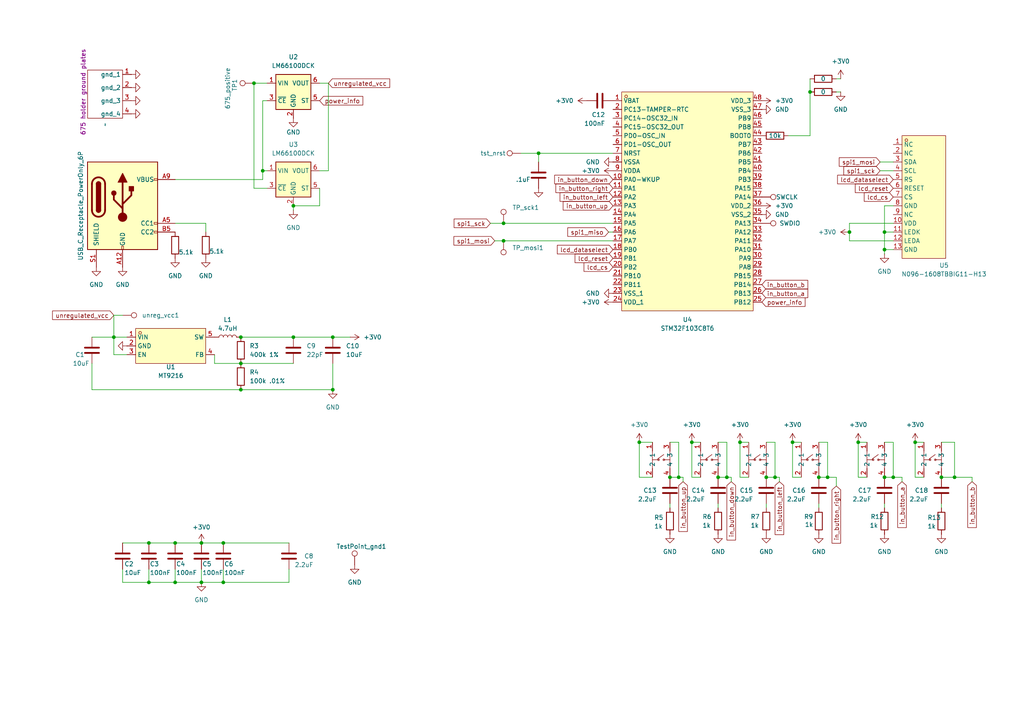
<source format=kicad_sch>
(kicad_sch (version 20250114) (generator "eeschema") (generator_version "9.0")
  (paper "A4")
  (title_block (title "stm32 business card"))
  (lib_symbols
    (symbol "Connector:TestPoint" (pin_numbers (hide yes)) (pin_names (offset 0.762) (hide yes))
      (property "Reference" "TP" (at 0 6.858 0))
      (property "Value" "TestPoint" (at 0 5.08 0))
      (symbol "TestPoint_0_1"
        (circle (center 0 3.302) (radius 0.762))
      )
      (symbol "TestPoint_1_1"
        (pin passive line (at 0 0 90) (length 2.54) (name "1") (number "1"))
      )
    )
    (symbol "Connector:USB_C_Receptacle_PowerOnly_6P" (pin_names (offset 1.016))
      (property "Reference" "J" (at 0 16.51 0))
      (property "Value" "USB_C_Receptacle_PowerOnly_6P" (at 0 13.97 0))
      (symbol "USB_C_Receptacle_PowerOnly_6P_0_0"
        (rectangle (start -0.254 -12.7) (end 0.254 -11.684))
        (rectangle (start 10.16 7.874) (end 9.144 7.366))
        (rectangle (start 10.16 -4.826) (end 9.144 -5.334))
        (rectangle (start 10.16 -7.366) (end 9.144 -7.874))
      )
      (symbol "USB_C_Receptacle_PowerOnly_6P_0_1"
        (rectangle (start -10.16 12.7) (end 10.16 -12.7) (stroke (width 0.254)) (fill (type background)))
        (polyline (pts (xy -8.89 -1.27) (xy -8.89 6.35)) (stroke (width 0.508)))
        (rectangle (start -7.62 -1.27) (end -6.35 6.35) (stroke (width 0.254)) (fill (type outline)))
        (arc (start -7.62 6.35) (mid -6.985 6.9823) (end -6.35 6.35) (stroke (width 0.254)))
        (arc (start -7.62 6.35) (mid -6.985 6.9823) (end -6.35 6.35) (stroke (width 0.254)) (fill (type outline)))
        (arc (start -8.89 6.35) (mid -6.985 8.2467) (end -5.08 6.35) (stroke (width 0.508)))
        (arc (start -5.08 -1.27) (mid -6.985 -3.1667) (end -8.89 -1.27) (stroke (width 0.508)))
        (arc (start -6.35 -1.27) (mid -6.985 -1.9023) (end -7.62 -1.27) (stroke (width 0.254)))
        (arc (start -6.35 -1.27) (mid -6.985 -1.9023) (end -7.62 -1.27) (stroke (width 0.254)) (fill (type outline)))
        (polyline (pts (xy -5.08 6.35) (xy -5.08 -1.27)) (stroke (width 0.508)))
        (circle (center -2.54 3.683) (radius 0.635) (stroke (width 0.254)) (fill (type outline)))
        (polyline (pts (xy -1.27 6.858) (xy 0 9.398) (xy 1.27 6.858) (xy -1.27 6.858)) (stroke (width 0.254)) (fill (type outline)))
        (polyline (pts (xy 0 0.508) (xy 2.54 3.048) (xy 2.54 4.318)) (stroke (width 0.508)))
        (polyline (pts (xy 0 -0.762) (xy -2.54 1.778) (xy -2.54 3.048)) (stroke (width 0.508)))
        (polyline (pts (xy 0 -3.302) (xy 0 6.858)) (stroke (width 0.508)))
        (circle (center 0 -3.302) (radius 1.27) (fill (type outline)))
        (rectangle (start 1.905 4.318) (end 3.175 5.588) (stroke (width 0.254)) (fill (type outline)))
      )
      (symbol "USB_C_Receptacle_PowerOnly_6P_1_1"
        (pin passive line (at -7.62 -17.78 90) (length 5.08) (name "SHIELD") (number "S1"))
        (pin passive line (at 0 -17.78 90) (length 5.08) (name "GND") (number "A12"))
        (pin passive line (at 0 -17.78 90) (length 5.08) (hide yes) (name "GND") (number "B12"))
        (pin passive line (at 15.24 7.62 180) (length 5.08) (name "VBUS") (number "A9"))
        (pin passive line (at 15.24 7.62 180) (length 5.08) (hide yes) (name "VBUS") (number "B9"))
        (pin bidirectional line (at 15.24 -5.08 180) (length 5.08) (name "CC1") (number "A5"))
        (pin bidirectional line (at 15.24 -7.62 180) (length 5.08) (name "CC2") (number "B5"))
      )
    )
    (symbol "Device:C" (pin_numbers (hide yes)) (pin_names (offset 0.254))
      (property "Reference" "C" (at 0.635 2.54 0))
      (property "Value" "C" (at 0.635 -2.54 0))
      (symbol "C_0_1"
        (polyline (pts (xy -2.032 0.762) (xy 2.032 0.762)) (stroke (width 0.508)))
        (polyline (pts (xy -2.032 -0.762) (xy 2.032 -0.762)) (stroke (width 0.508)))
      )
      (symbol "C_1_1"
        (pin passive line (at 0 3.81 270) (length 2.794) (name "~") (number "1"))
        (pin passive line (at 0 -3.81 90) (length 2.794) (name "~") (number "2"))
      )
    )
    (symbol "Device:L" (pin_numbers (hide yes)) (pin_names (offset 1.016) (hide yes))
      (property "Reference" "L" (at -1.27 0 90))
      (property "Value" "L" (at 1.905 0 90))
      (symbol "L_0_1"
        (arc (start 0 2.54) (mid 0.6323 1.905) (end 0 1.27))
        (arc (start 0 1.27) (mid 0.6323 0.635) (end 0 0))
        (arc (start 0 0) (mid 0.6323 -0.635) (end 0 -1.27))
        (arc (start 0 -1.27) (mid 0.6323 -1.905) (end 0 -2.54))
      )
      (symbol "L_1_1"
        (pin passive line (at 0 3.81 270) (length 1.27) (name "1") (number "1"))
        (pin passive line (at 0 -3.81 90) (length 1.27) (name "2") (number "2"))
      )
    )
    (symbol "Device:R" (pin_numbers (hide yes)) (pin_names (offset 0))
      (property "Reference" "R" (at 2.032 0 90))
      (property "Value" "R" (at 0 0 90))
      (symbol "R_0_1"
        (rectangle (start -1.016 -2.54) (end 1.016 2.54) (stroke (width 0.254)))
      )
      (symbol "R_1_1"
        (pin passive line (at 0 3.81 270) (length 1.27) (name "~") (number "1"))
        (pin passive line (at 0 -3.81 90) (length 1.27) (name "~") (number "2"))
      )
    )
    (symbol "Power_Management:LM66100DCK"
      (property "Reference" "U" (at -5.08 6.096 0))
      (property "Value" "LM66100DCK" (at 0.254 -6.35 0))
      (symbol "LM66100DCK_0_1"
        (rectangle (start -5.08 5.08) (end 5.08 -5.08) (stroke (width 0.254)) (fill (type background)))
      )
      (symbol "LM66100DCK_1_1"
        (pin power_in line (at -7.62 2.54 0) (length 2.54) (name "VIN") (number "1"))
        (pin input line (at -7.62 -2.54 0) (length 2.54) (name "~{CE}") (number "3"))
        (pin no_connect line (at 0 5.08 270) (length 2.54) (hide yes) (name "NC") (number "4"))
        (pin power_in line (at 0 -7.62 90) (length 2.54) (name "GND") (number "2"))
        (pin power_out line (at 7.62 2.54 180) (length 2.54) (name "VOUT") (number "6"))
        (pin open_collector line (at 7.62 -2.54 180) (length 2.54) (name "ST") (number "5"))
      )
    )
    (symbol "battery_holder:quad_675"
      (symbol "quad_675_0_1"
        (rectangle (start 2.54 12.7) (end 12.7 -1.27))
      )
      (symbol "quad_675_1_1"
        (pin bidirectional line (at 0 11.43 0) (length 2.54) (name "gnd_4") (number "4"))
        (pin bidirectional line (at 0 7.62 0) (length 2.54) (name "gnd_3") (number "3"))
        (pin bidirectional line (at 0 3.81 0) (length 2.54) (name "gnd_2") (number "2"))
        (pin bidirectional line (at 0 0 0) (length 2.54) (name "gnd_1") (number "1"))
      )
    )
    (symbol "easyeda2kicad:MT9216"
      (property "Reference" "U" (at 0 7.62 0))
      (property "Value" "MT9216" (at 0 -7.62 0))
      (symbol "MT9216_0_1"
        (rectangle (start -10.16 5.08) (end 10.16 -5.08) (fill (type background)))
        (circle (center -8.89 3.81) (radius 0.38))
        (pin unspecified line (at -12.7 2.54 0) (length 2.54) (name "VIN") (number "1"))
        (pin unspecified line (at -12.7 0 0) (length 2.54) (name "GND") (number "2"))
        (pin unspecified line (at -12.7 -2.54 0) (length 2.54) (name "EN") (number "3"))
        (pin unspecified line (at 12.7 2.54 180) (length 2.54) (name "SW") (number "5"))
        (pin unspecified line (at 12.7 -2.54 180) (length 2.54) (name "FB") (number "4"))
      )
    )
    (symbol "easyeda2kicad:N096-1608TBBIG11-H13"
      (property "Reference" "U" (at 0 20.32 0))
      (property "Value" "N096-1608TBBIG11-H13" (at 0 -20.32 0))
      (symbol "N096-1608TBBIG11-H13_0_1"
        (rectangle (start -6.35 17.78) (end 6.35 -17.78) (fill (type background)))
        (circle (center -5.08 16.51) (radius 0.38))
        (pin unspecified line (at -8.89 15.24 0) (length 2.54) (name "NC") (number "1"))
        (pin unspecified line (at -8.89 12.7 0) (length 2.54) (name "NC") (number "2"))
        (pin unspecified line (at -8.89 10.16 0) (length 2.54) (name "SDA") (number "3"))
        (pin unspecified line (at -8.89 7.62 0) (length 2.54) (name "SCL") (number "4"))
        (pin unspecified line (at -8.89 5.08 0) (length 2.54) (name "RS") (number "5"))
        (pin unspecified line (at -8.89 2.54 0) (length 2.54) (name "RESET") (number "6"))
        (pin unspecified line (at -8.89 0 0) (length 2.54) (name "CS") (number "7"))
        (pin unspecified line (at -8.89 -2.54 0) (length 2.54) (name "GND") (number "8"))
        (pin unspecified line (at -8.89 -5.08 0) (length 2.54) (name "NC") (number "9"))
        (pin unspecified line (at -8.89 -7.62 0) (length 2.54) (name "VDD") (number "10"))
        (pin unspecified line (at -8.89 -10.16 0) (length 2.54) (name "LEDK") (number "11"))
        (pin unspecified line (at -8.89 -12.7 0) (length 2.54) (name "LEDA") (number "12"))
        (pin unspecified line (at -8.89 -15.24 0) (length 2.54) (name "GND") (number "13"))
      )
    )
    (symbol "easyeda2kicad:STM32F103C8T6"
      (property "Reference" "U" (at 0 34.29 0))
      (property "Value" "STM32F103C8T6" (at 0 -34.29 0))
      (symbol "STM32F103C8T6_0_1"
        (rectangle (start -19.05 31.75) (end 19.05 -31.75) (fill (type background)))
        (circle (center -17.78 30.48) (radius 0.38))
        (pin unspecified line (at -21.59 29.21 0) (length 2.54) (name "VBAT") (number "1"))
        (pin unspecified line (at -21.59 26.67 0) (length 2.54) (name "PC13-TAMPER-RTC") (number "2"))
        (pin unspecified line (at -21.59 24.13 0) (length 2.54) (name "PC14-OSC32_IN") (number "3"))
        (pin unspecified line (at -21.59 21.59 0) (length 2.54) (name "PC15-OSC32_OUT") (number "4"))
        (pin unspecified line (at -21.59 19.05 0) (length 2.54) (name "PD0-OSC_IN") (number "5"))
        (pin unspecified line (at -21.59 16.51 0) (length 2.54) (name "PD1-OSC_OUT") (number "6"))
        (pin unspecified line (at -21.59 13.97 0) (length 2.54) (name "NRST") (number "7"))
        (pin unspecified line (at -21.59 11.43 0) (length 2.54) (name "VSSA") (number "8"))
        (pin unspecified line (at -21.59 8.89 0) (length 2.54) (name "VDDA") (number "9"))
        (pin unspecified line (at -21.59 6.35 0) (length 2.54) (name "PA0-WKUP") (number "10"))
        (pin unspecified line (at -21.59 3.81 0) (length 2.54) (name "PA1") (number "11"))
        (pin unspecified line (at -21.59 1.27 0) (length 2.54) (name "PA2") (number "12"))
        (pin unspecified line (at -21.59 -1.27 0) (length 2.54) (name "PA3") (number "13"))
        (pin unspecified line (at -21.59 -3.81 0) (length 2.54) (name "PA4") (number "14"))
        (pin unspecified line (at -21.59 -6.35 0) (length 2.54) (name "PA5") (number "15"))
        (pin unspecified line (at -21.59 -8.89 0) (length 2.54) (name "PA6") (number "16"))
        (pin unspecified line (at -21.59 -11.43 0) (length 2.54) (name "PA7") (number "17"))
        (pin unspecified line (at -21.59 -13.97 0) (length 2.54) (name "PB0") (number "18"))
        (pin unspecified line (at -21.59 -16.51 0) (length 2.54) (name "PB1") (number "19"))
        (pin unspecified line (at -21.59 -19.05 0) (length 2.54) (name "PB2") (number "20"))
        (pin unspecified line (at -21.59 -21.59 0) (length 2.54) (name "PB10") (number "21"))
        (pin unspecified line (at -21.59 -24.13 0) (length 2.54) (name "PB11") (number "22"))
        (pin unspecified line (at -21.59 -26.67 0) (length 2.54) (name "VSS_1") (number "23"))
        (pin unspecified line (at -21.59 -29.21 0) (length 2.54) (name "VDD_1") (number "24"))
        (pin unspecified line (at 21.59 29.21 180) (length 2.54) (name "VDD_3") (number "48"))
        (pin unspecified line (at 21.59 26.67 180) (length 2.54) (name "VSS_3") (number "47"))
        (pin unspecified line (at 21.59 24.13 180) (length 2.54) (name "PB9") (number "46"))
        (pin unspecified line (at 21.59 21.59 180) (length 2.54) (name "PB8") (number "45"))
        (pin unspecified line (at 21.59 19.05 180) (length 2.54) (name "BOOT0") (number "44"))
        (pin unspecified line (at 21.59 16.51 180) (length 2.54) (name "PB7") (number "43"))
        (pin unspecified line (at 21.59 13.97 180) (length 2.54) (name "PB6") (number "42"))
        (pin unspecified line (at 21.59 11.43 180) (length 2.54) (name "PB5") (number "41"))
        (pin unspecified line (at 21.59 8.89 180) (length 2.54) (name "PB4") (number "40"))
        (pin unspecified line (at 21.59 6.35 180) (length 2.54) (name "PB3") (number "39"))
        (pin unspecified line (at 21.59 3.81 180) (length 2.54) (name "PA15") (number "38"))
        (pin unspecified line (at 21.59 1.27 180) (length 2.54) (name "PA14") (number "37"))
        (pin unspecified line (at 21.59 -1.27 180) (length 2.54) (name "VDD_2") (number "36"))
        (pin unspecified line (at 21.59 -3.81 180) (length 2.54) (name "VSS_2") (number "35"))
        (pin unspecified line (at 21.59 -6.35 180) (length 2.54) (name "PA13") (number "34"))
        (pin unspecified line (at 21.59 -8.89 180) (length 2.54) (name "PA12") (number "33"))
        (pin unspecified line (at 21.59 -11.43 180) (length 2.54) (name "PA11") (number "32"))
        (pin unspecified line (at 21.59 -13.97 180) (length 2.54) (name "PA10") (number "31"))
        (pin unspecified line (at 21.59 -16.51 180) (length 2.54) (name "PA9") (number "30"))
        (pin unspecified line (at 21.59 -19.05 180) (length 2.54) (name "PA8") (number "29"))
        (pin unspecified line (at 21.59 -21.59 180) (length 2.54) (name "PB15") (number "28"))
        (pin unspecified line (at 21.59 -24.13 180) (length 2.54) (name "PB14") (number "27"))
        (pin unspecified line (at 21.59 -26.67 180) (length 2.54) (name "PB13") (number "26"))
        (pin unspecified line (at 21.59 -29.21 180) (length 2.54) (name "PB12") (number "25"))
      )
    )
    (symbol "easyeda2kicad:TSD003A04126A02"
      (property "Reference" "SW" (at 0 7.62 0))
      (property "Value" "TSD003A04126A02" (at 0 -7.62 0))
      (symbol "TSD003A04126A02_0_1"
        (polyline (pts (xy -2.54 2.54) (xy 2.54 2.54)))
        (polyline (pts (xy -1.52 -0.76) (xy -0.25 1.02)))
        (polyline (pts (xy 0 2.54) (xy 0 1.52)))
        (polyline (pts (xy 0 1.52) (xy 0 0.76)))
        (circle (center 0 0.76) (radius 0.25))
        (circle (center 0 -0.76) (radius 0.25))
        (polyline (pts (xy 0 -2.54) (xy 0 -0.76)))
        (polyline (pts (xy 2.54 -2.54) (xy -2.54 -2.54)))
        (pin unspecified line (at -5.08 2.54 0) (length 2.54) (name "1") (number "1"))
        (pin unspecified line (at -5.08 -2.54 0) (length 2.54) (name "3") (number "3"))
        (pin unspecified line (at 5.08 2.54 180) (length 2.54) (name "2") (number "2"))
        (pin unspecified line (at 5.08 -2.54 180) (length 2.54) (name "4") (number "4"))
      )
    )
    (symbol "power:+3V0" (power) (pin_numbers (hide yes)) (pin_names (offset 0) (hide yes))
      (property "Value" "+3V0" (at 0 3.556 0))
      (symbol "+3V0_0_1"
        (polyline (pts (xy -0.762 1.27) (xy 0 2.54)))
        (polyline (pts (xy 0 2.54) (xy 0.762 1.27)))
        (polyline (pts (xy 0 0) (xy 0 2.54)))
      )
      (symbol "+3V0_1_1"
        (pin power_in line (at 0 0 90) (length 0) (name "~") (number "1"))
      )
    )
    (symbol "power:GND" (power) (pin_numbers (hide yes)) (pin_names (offset 0) (hide yes))
      (property "Value" "GND" (at 0 -3.81 0))
      (symbol "GND_0_1"
        (polyline (pts (xy 0 0) (xy 0 -1.27) (xy 1.27 -1.27) (xy 0 -2.54) (xy -1.27 -1.27) (xy 0 -1.27)))
      )
      (symbol "GND_1_1"
        (pin power_in line (at 0 0 270) (length 0) (name "~") (number "1"))
      )
    )
  )
  (junction (at 50.8 157.48))
  (junction (at 194.31 138.43))
  (junction (at 256.54 67.31))
  (junction (at 146.05 69.85))
  (junction (at 85.09 97.79))
  (junction (at 224.79 138.43))
  (junction (at 43.18 168.91))
  (junction (at 265.43 128.27))
  (junction (at 58.42 168.91))
  (junction (at 240.03 138.43))
  (junction (at 276.86 138.43))
  (junction (at 208.28 138.43))
  (junction (at 248.92 128.27))
  (junction (at 273.05 138.43))
  (junction (at 69.85 97.79))
  (junction (at 156.21 44.45))
  (junction (at 96.52 97.79))
  (junction (at 96.52 113.03))
  (junction (at 73.66 24.13))
  (junction (at 237.49 138.43))
  (junction (at 246.38 67.31))
  (junction (at 222.25 138.43))
  (junction (at 214.63 128.27))
  (junction (at 259.08 138.43))
  (junction (at 234.95 26.67))
  (junction (at 185.42 128.27))
  (junction (at 50.8 168.91))
  (junction (at 76.2 49.53))
  (junction (at 210.82 138.43))
  (junction (at 256.54 72.39))
  (junction (at 64.77 157.48))
  (junction (at 85.09 59.69))
  (junction (at 229.87 128.27))
  (junction (at 196.85 138.43))
  (junction (at 256.54 138.43))
  (junction (at 43.18 157.48))
  (junction (at 146.05 64.77))
  (junction (at 69.85 113.03))
  (junction (at 69.85 105.41))
  (junction (at 200.66 128.27))
  (junction (at 64.77 168.91))
  (junction (at 33.02 97.79))
  (junction (at 58.42 157.48))
  (wire (pts (xy 194.31 147.32) (xy 194.31 146.05)))
  (wire (pts (xy 222.25 128.27) (xy 224.79 128.27)))
  (wire (pts (xy 76.2 52.07) (xy 76.2 49.53)))
  (wire (pts (xy 267.97 138.43) (xy 265.43 138.43)))
  (wire (pts (xy 256.54 138.43) (xy 259.08 138.43)))
  (wire (pts (xy 85.09 60.96) (xy 85.09 59.69)))
  (wire (pts (xy 43.18 165.1) (xy 43.18 168.91)))
  (wire (pts (xy 33.02 97.79) (xy 33.02 102.87)))
  (wire (pts (xy 243.84 22.86) (xy 242.57 22.86)))
  (wire (pts (xy 185.42 128.27) (xy 185.42 138.43)))
  (wire (pts (xy 200.66 128.27) (xy 203.2 128.27)))
  (wire (pts (xy 261.62 139.7) (xy 261.62 138.43)))
  (wire (pts (xy 237.49 138.43) (xy 240.03 138.43)))
  (wire (pts (xy 77.47 29.21) (xy 76.2 29.21)))
  (wire (pts (xy 256.54 128.27) (xy 259.08 128.27)))
  (wire (pts (xy 59.69 64.77) (xy 59.69 67.31)))
  (wire (pts (xy 248.92 128.27) (xy 248.92 138.43)))
  (wire (pts (xy 246.38 67.31) (xy 246.38 69.85)))
  (wire (pts (xy 69.85 113.03) (xy 96.52 113.03)))
  (wire (pts (xy 146.05 64.77) (xy 177.8 64.77)))
  (wire (pts (xy 256.54 59.69) (xy 256.54 67.31)))
  (wire (pts (xy 33.02 91.44) (xy 33.02 97.79)))
  (wire (pts (xy 251.46 138.43) (xy 248.92 138.43)))
  (wire (pts (xy 77.47 54.61) (xy 73.66 54.61)))
  (wire (pts (xy 229.87 128.27) (xy 232.41 128.27)))
  (wire (pts (xy 69.85 113.03) (xy 26.67 113.03)))
  (wire (pts (xy 255.27 46.99) (xy 259.08 46.99)))
  (wire (pts (xy 73.66 24.13) (xy 77.47 24.13)))
  (wire (pts (xy 189.23 138.43) (xy 185.42 138.43)))
  (wire (pts (xy 64.77 157.48) (xy 83.82 157.48)))
  (wire (pts (xy 73.66 24.13) (xy 73.66 54.61)))
  (wire (pts (xy 62.23 105.41) (xy 69.85 105.41)))
  (wire (pts (xy 50.8 165.1) (xy 50.8 168.91)))
  (wire (pts (xy 232.41 138.43) (xy 229.87 138.43)))
  (wire (pts (xy 273.05 147.32) (xy 273.05 146.05)))
  (wire (pts (xy 237.49 128.27) (xy 240.03 128.27)))
  (wire (pts (xy 281.94 139.7) (xy 281.94 138.43)))
  (wire (pts (xy 76.2 49.53) (xy 77.47 49.53)))
  (wire (pts (xy 210.82 138.43) (xy 212.09 138.43)))
  (wire (pts (xy 83.82 168.91) (xy 83.82 165.1)))
  (wire (pts (xy 50.8 64.77) (xy 59.69 64.77)))
  (wire (pts (xy 156.21 44.45) (xy 156.21 46.99)))
  (wire (pts (xy 198.12 139.7) (xy 198.12 138.43)))
  (wire (pts (xy 226.06 138.43) (xy 224.79 138.43)))
  (wire (pts (xy 208.28 147.32) (xy 208.28 146.05)))
  (wire (pts (xy 96.52 105.41) (xy 96.52 113.03)))
  (wire (pts (xy 36.83 102.87) (xy 33.02 102.87)))
  (wire (pts (xy 151.13 44.45) (xy 156.21 44.45)))
  (wire (pts (xy 33.02 97.79) (xy 36.83 97.79)))
  (wire (pts (xy 214.63 128.27) (xy 217.17 128.27)))
  (wire (pts (xy 259.08 67.31) (xy 256.54 67.31)))
  (wire (pts (xy 95.25 24.13) (xy 92.71 24.13)))
  (wire (pts (xy 212.09 138.43) (xy 212.09 139.7)))
  (wire (pts (xy 43.18 168.91) (xy 50.8 168.91)))
  (wire (pts (xy 64.77 168.91) (xy 83.82 168.91)))
  (wire (pts (xy 208.28 128.27) (xy 210.82 128.27)))
  (wire (pts (xy 95.25 49.53) (xy 95.25 24.13)))
  (wire (pts (xy 76.2 29.21) (xy 76.2 49.53)))
  (wire (pts (xy 259.08 59.69) (xy 256.54 59.69)))
  (wire (pts (xy 69.85 97.79) (xy 85.09 97.79)))
  (wire (pts (xy 224.79 128.27) (xy 224.79 138.43)))
  (wire (pts (xy 243.84 26.67) (xy 242.57 26.67)))
  (wire (pts (xy 256.54 147.32) (xy 256.54 146.05)))
  (wire (pts (xy 50.8 168.91) (xy 58.42 168.91)))
  (wire (pts (xy 281.94 138.43) (xy 276.86 138.43)))
  (wire (pts (xy 26.67 105.41) (xy 26.67 113.03)))
  (wire (pts (xy 228.6 39.37) (xy 234.95 39.37)))
  (wire (pts (xy 222.25 147.32) (xy 222.25 146.05)))
  (wire (pts (xy 92.71 54.61) (xy 92.71 59.69)))
  (wire (pts (xy 198.12 138.43) (xy 196.85 138.43)))
  (wire (pts (xy 229.87 128.27) (xy 229.87 138.43)))
  (wire (pts (xy 273.05 138.43) (xy 276.86 138.43)))
  (wire (pts (xy 242.57 138.43) (xy 242.57 140.97)))
  (wire (pts (xy 234.95 22.86) (xy 234.95 26.67)))
  (wire (pts (xy 35.56 91.44) (xy 33.02 91.44)))
  (wire (pts (xy 146.05 69.85) (xy 177.8 69.85)))
  (wire (pts (xy 58.42 165.1) (xy 58.42 168.91)))
  (wire (pts (xy 242.57 138.43) (xy 240.03 138.43)))
  (wire (pts (xy 35.56 157.48) (xy 43.18 157.48)))
  (wire (pts (xy 50.8 157.48) (xy 58.42 157.48)))
  (wire (pts (xy 142.24 64.77) (xy 146.05 64.77)))
  (wire (pts (xy 194.31 128.27) (xy 196.85 128.27)))
  (wire (pts (xy 176.53 67.31) (xy 177.8 67.31)))
  (wire (pts (xy 276.86 138.43) (xy 276.86 128.27)))
  (wire (pts (xy 217.17 138.43) (xy 214.63 138.43)))
  (wire (pts (xy 92.71 49.53) (xy 95.25 49.53)))
  (wire (pts (xy 58.42 157.48) (xy 64.77 157.48)))
  (wire (pts (xy 246.38 69.85) (xy 259.08 69.85)))
  (wire (pts (xy 210.82 128.27) (xy 210.82 138.43)))
  (wire (pts (xy 273.05 128.27) (xy 276.86 128.27)))
  (wire (pts (xy 85.09 59.69) (xy 92.71 59.69)))
  (wire (pts (xy 240.03 138.43) (xy 240.03 128.27)))
  (wire (pts (xy 143.51 69.85) (xy 146.05 69.85)))
  (wire (pts (xy 101.6 97.79) (xy 96.52 97.79)))
  (wire (pts (xy 58.42 168.91) (xy 64.77 168.91)))
  (wire (pts (xy 62.23 102.87) (xy 62.23 105.41)))
  (wire (pts (xy 26.67 97.79) (xy 33.02 97.79)))
  (wire (pts (xy 214.63 128.27) (xy 214.63 138.43)))
  (wire (pts (xy 246.38 64.77) (xy 246.38 67.31)))
  (wire (pts (xy 265.43 128.27) (xy 267.97 128.27)))
  (wire (pts (xy 226.06 139.7) (xy 226.06 138.43)))
  (wire (pts (xy 234.95 26.67) (xy 234.95 39.37)))
  (wire (pts (xy 237.49 147.32) (xy 237.49 146.05)))
  (wire (pts (xy 261.62 138.43) (xy 259.08 138.43)))
  (wire (pts (xy 203.2 138.43) (xy 200.66 138.43)))
  (wire (pts (xy 256.54 67.31) (xy 256.54 72.39)))
  (wire (pts (xy 265.43 128.27) (xy 265.43 138.43)))
  (wire (pts (xy 259.08 138.43) (xy 259.08 128.27)))
  (wire (pts (xy 248.92 128.27) (xy 251.46 128.27)))
  (wire (pts (xy 208.28 138.43) (xy 210.82 138.43)))
  (wire (pts (xy 194.31 138.43) (xy 196.85 138.43)))
  (wire (pts (xy 50.8 52.07) (xy 76.2 52.07)))
  (wire (pts (xy 69.85 105.41) (xy 85.09 105.41)))
  (wire (pts (xy 222.25 138.43) (xy 224.79 138.43)))
  (wire (pts (xy 246.38 64.77) (xy 259.08 64.77)))
  (wire (pts (xy 185.42 128.27) (xy 189.23 128.27)))
  (wire (pts (xy 43.18 157.48) (xy 50.8 157.48)))
  (wire (pts (xy 256.54 72.39) (xy 256.54 73.66)))
  (wire (pts (xy 64.77 165.1) (xy 64.77 168.91)))
  (wire (pts (xy 35.56 165.1) (xy 35.56 168.91)))
  (wire (pts (xy 196.85 128.27) (xy 196.85 138.43)))
  (wire (pts (xy 256.54 72.39) (xy 259.08 72.39)))
  (wire (pts (xy 255.27 49.53) (xy 259.08 49.53)))
  (wire (pts (xy 200.66 128.27) (xy 200.66 138.43)))
  (wire (pts (xy 156.21 44.45) (xy 177.8 44.45)))
  (wire (pts (xy 85.09 97.79) (xy 96.52 97.79)))
  (wire (pts (xy 35.56 168.91) (xy 43.18 168.91)))
  (global_label "in_button_b" (shape input) (at 281.94 139.7 270) (property "Intersheetrefs" "${INTERSHEET_REFS}" (effects (hide yes))))
  (global_label "lcd_cs" (shape input) (at 259.08 57.15 180) (property "Intersheetrefs" "${INTERSHEET_REFS}" (effects (hide yes))))
  (global_label "in_button_down" (shape input) (at 212.09 139.7 270) (property "Intersheetrefs" "${INTERSHEET_REFS}" (effects (hide yes))))
  (global_label "lcd_reset" (shape input) (at 259.08 54.61 180) (property "Intersheetrefs" "${INTERSHEET_REFS}" (effects (hide yes))))
  (global_label "in_button_right" (shape input) (at 242.57 140.97 270) (property "Intersheetrefs" "${INTERSHEET_REFS}" (effects (hide yes))))
  (global_label "spi1_mosi" (shape input) (at 255.27 46.99 180) (property "Intersheetrefs" "${INTERSHEET_REFS}" (effects (hide yes))))
  (global_label "in_button_b" (shape input) (at 220.98 82.55 0) (property "Intersheetrefs" "${INTERSHEET_REFS}" (effects (hide yes))))
  (global_label "in_button_a" (shape input) (at 220.98 85.09 0) (property "Intersheetrefs" "${INTERSHEET_REFS}" (effects (hide yes))))
  (global_label "spi1_sck" (shape input) (at 142.24 64.77 180) (property "Intersheetrefs" "${INTERSHEET_REFS}" (effects (hide yes))))
  (global_label "in_button_a" (shape input) (at 261.62 139.7 270) (property "Intersheetrefs" "${INTERSHEET_REFS}" (effects (hide yes))))
  (global_label "lcd_cs" (shape input) (at 177.8 77.47 180) (property "Intersheetrefs" "${INTERSHEET_REFS}" (effects (hide yes))))
  (global_label "lcd_dataselect" (shape input) (at 259.08 52.07 180) (property "Intersheetrefs" "${INTERSHEET_REFS}" (effects (hide yes))))
  (global_label "lcd_reset" (shape input) (at 177.8 74.93 180) (property "Intersheetrefs" "${INTERSHEET_REFS}" (effects (hide yes))))
  (global_label "lcd_dataselect" (shape input) (at 177.8 72.39 180) (property "Intersheetrefs" "${INTERSHEET_REFS}" (effects (hide yes))))
  (global_label "in_button_left" (shape input) (at 177.8 57.15 180) (property "Intersheetrefs" "${INTERSHEET_REFS}" (effects (hide yes))))
  (global_label "in_button_right" (shape input) (at 177.8 54.61 180) (property "Intersheetrefs" "${INTERSHEET_REFS}" (effects (hide yes))))
  (global_label "in_button_up" (shape input) (at 198.12 139.7 270) (property "Intersheetrefs" "${INTERSHEET_REFS}" (effects (hide yes))))
  (global_label "in_button_left" (shape input) (at 226.06 139.7 270) (property "Intersheetrefs" "${INTERSHEET_REFS}" (effects (hide yes))))
  (global_label "unregulated_vcc" (shape input) (at 95.25 24.13 0) (property "Intersheetrefs" "${INTERSHEET_REFS}" (effects (hide yes))))
  (global_label "in_button_up" (shape input) (at 177.8 59.69 180) (property "Intersheetrefs" "${INTERSHEET_REFS}" (effects (hide yes))))
  (global_label "power_info" (shape input) (at 92.71 29.21 0) (property "Intersheetrefs" "${INTERSHEET_REFS}" (effects (hide yes))))
  (global_label "spi1_miso" (shape input) (at 176.53 67.31 180) (property "Intersheetrefs" "${INTERSHEET_REFS}" (effects (hide yes))))
  (global_label "power_info" (shape input) (at 220.98 87.63 0) (property "Intersheetrefs" "${INTERSHEET_REFS}" (effects (hide yes))))
  (global_label "spi1_sck" (shape input) (at 255.27 49.53 180) (property "Intersheetrefs" "${INTERSHEET_REFS}" (effects (hide yes))))
  (global_label "unregulated_vcc" (shape input) (at 33.02 91.44 180) (property "Intersheetrefs" "${INTERSHEET_REFS}" (effects (hide yes))))
  (global_label "in_button_down" (shape input) (at 177.8 52.07 180) (property "Intersheetrefs" "${INTERSHEET_REFS}" (effects (hide yes))))
  (global_label "spi1_mosi" (shape input) (at 143.51 69.85 180) (property "Intersheetrefs" "${INTERSHEET_REFS}" (effects (hide yes))))
  (symbol (lib_id "power:GND") (at 38.1 29.21 90) (unit 1)
    (property "Reference" "#PWR031" (effects (hide yes)))
    (property "Value" "GND" (effects (hide yes)))
    (property "Description" "Power symbol creates a global label with name \"GND\" , ground" (effects (hide yes)))
  )
  (symbol (lib_id "power:GND") (at 256.54 73.66 0) (unit 1)
    (property "Reference" "#PWR037" (effects (hide yes)))
    (property "Value" "GND" (at 256.54 78.74 0))
    (property "Description" "Power symbol creates a global label with name \"GND\" , ground" (effects (hide yes)))
  )
  (symbol (lib_id "Connector:TestPoint") (at 73.66 24.13 90) (unit 1)
    (property "Reference" "TP1" (at 68.072 22.86 0) (effects (justify right)))
    (property "Value" "675_positive" (at 66.04 19.558 0) (effects (justify right)))
    (property "Footprint" "TestPoint:TestPoint_Pad_4.0x4.0mm" (effects (hide yes)))
    (property "Description" "test point" (effects (hide yes)))
  )
  (symbol (lib_id "Device:R") (at 222.25 151.13 180) (unit 1)
    (property "Reference" "R7" (at 217.678 149.86 0) (effects (justify right)))
    (property "Value" "1k" (at 217.678 152.4 0) (effects (justify right)))
    (property "Footprint" "Resistor_SMD:R_0603_1608Metric" (effects (hide yes)))
    (property "Description" "Resistor" (effects (hide yes)))
  )
  (symbol (lib_id "Device:L") (at 66.04 97.79 90) (unit 1)
    (property "Reference" "L1" (at 66.04 92.71 90))
    (property "Value" "4.7uH" (at 66.04 95.25 90))
    (property "Footprint" "indigos_kicad_lib:IND-SMD_L5.8-W5.2" (effects (hide yes)))
    (property "Description" "Inductor" (effects (hide yes)))
  )
  (symbol (lib_id "power:GND") (at 177.8 85.09 270) (unit 1)
    (property "Reference" "#PWR018" (effects (hide yes)))
    (property "Value" "GND" (at 173.99 85.0899 90) (effects (justify right)))
    (property "Description" "Power symbol creates a global label with name \"GND\" , ground" (effects (hide yes)))
  )
  (symbol (lib_id "Device:C") (at 156.21 50.8 0) (unit 1)
    (property "Reference" "C11" (effects (hide yes)))
    (property "Value" ".1uF" (at 149.606 52.07 0) (effects (justify left)))
    (property "Footprint" "Capacitor_SMD:C_0603_1608Metric" (effects (hide yes)))
    (property "Description" "Unpolarized capacitor" (effects (hide yes)))
  )
  (symbol (lib_id "Device:C") (at 50.8 161.29 0) (unit 1)
    (property "Reference" "C4" (at 51.054 163.576 0) (effects (justify left)))
    (property "Value" "100nF" (at 51.054 166.116 0) (effects (justify left)))
    (property "Footprint" "Capacitor_SMD:C_0603_1608Metric" (effects (hide yes)))
    (property "Description" "Unpolarized capacitor" (effects (hide yes)))
  )
  (symbol (lib_id "Device:R") (at 50.8 71.12 0) (unit 1)
    (property "Reference" "R1" (effects (hide yes)))
    (property "Value" "5.1k" (at 51.816 73.152 0) (effects (justify left)))
    (property "Footprint" "Resistor_SMD:R_0603_1608Metric" (effects (hide yes)))
    (property "Description" "Resistor" (effects (hide yes)))
  )
  (symbol (lib_id "power:GND") (at 222.25 154.94 0) (unit 1)
    (property "Reference" "#PWR029" (effects (hide yes)))
    (property "Value" "GND" (at 222.25 160.02 0))
    (property "Description" "Power symbol creates a global label with name \"GND\" , ground" (effects (hide yes)))
  )
  (symbol (lib_id "Device:C") (at 83.82 161.29 180) (unit 1)
    (property "Reference" "C8" (at 90.932 161.29 0) (effects (justify left)))
    (property "Value" "2.2uF" (at 90.932 163.83 0) (effects (justify left)))
    (property "Footprint" "Capacitor_SMD:C_0603_1608Metric" (effects (hide yes)))
    (property "Description" "Unpolarized capacitor" (effects (hide yes)))
  )
  (symbol (lib_id "power:+3V0") (at 177.8 49.53 90) (unit 1)
    (property "Reference" "#PWR017" (effects (hide yes)))
    (property "Value" "+3V0" (at 173.99 49.5299 90) (effects (justify left)))
    (property "Description" "Power symbol creates a global label with name \"+3V0\"" (effects (hide yes)))
  )
  (symbol (lib_id "battery_holder:quad_675") (at 38.1 21.59 180) (unit 1)
    (property "Reference" "U6" (effects (hide yes)))
    (property "Value" "~" (at 30.48 35.56 90) (effects (justify left)))
    (property "Footprint" "Library:battery_holder" (effects (hide yes)))
    (property "Description" "675 holder ground plates" (at 24.13 26.67 90))
  )
  (symbol (lib_id "Device:C") (at 64.77 161.29 0) (unit 1)
    (property "Reference" "C6" (at 65.024 163.576 0) (effects (justify left)))
    (property "Value" "100nF" (at 65.024 166.116 0) (effects (justify left)))
    (property "Footprint" "Capacitor_SMD:C_0603_1608Metric" (effects (hide yes)))
    (property "Description" "Unpolarized capacitor" (effects (hide yes)))
  )
  (symbol (lib_id "power:+3V0") (at 248.92 128.27 0) (unit 1)
    (property "Reference" "#PWR036" (effects (hide yes)))
    (property "Value" "+3V0" (at 248.92 123.19 0))
    (property "Description" "Power symbol creates a global label with name \"+3V0\"" (effects (hide yes)))
  )
  (symbol (lib_id "power:+3V0") (at 220.98 59.69 270) (unit 1)
    (property "Reference" "#PWR027" (effects (hide yes)))
    (property "Value" "+3V0" (at 224.79 59.6899 90) (effects (justify left)))
    (property "Description" "Power symbol creates a global label with name \"+3V0\"" (effects (hide yes)))
  )
  (symbol (lib_id "Connector:TestPoint") (at 151.13 44.45 90) (unit 1)
    (property "Reference" "tst_nrst1" (effects (hide yes)))
    (property "Value" "tst_nrst" (at 143.002 44.45 90))
    (property "Footprint" "TestPoint:TestPoint_Pad_D2.0mm" (effects (hide yes)))
    (property "Description" "test point" (effects (hide yes)))
  )
  (symbol (lib_id "power:GND") (at 256.54 154.94 0) (unit 1)
    (property "Reference" "#PWR038" (effects (hide yes)))
    (property "Value" "GND" (at 256.54 160.02 0))
    (property "Description" "Power symbol creates a global label with name \"GND\" , ground" (effects (hide yes)))
  )
  (symbol (lib_id "power:GND") (at 156.21 54.61 0) (unit 1)
    (property "Reference" "#PWR015" (effects (hide yes)))
    (property "Value" "GND" (effects (hide yes)))
    (property "Description" "Power symbol creates a global label with name \"GND\" , ground" (effects (hide yes)))
  )
  (symbol (lib_id "power:GND") (at 220.98 62.23 90) (unit 1)
    (property "Reference" "#PWR028" (effects (hide yes)))
    (property "Value" "GND" (at 224.79 62.2299 90) (effects (justify right)))
    (property "Description" "Power symbol creates a global label with name \"GND\" , ground" (effects (hide yes)))
  )
  (symbol (lib_id "power:+3V0") (at 200.66 128.27 0) (unit 1)
    (property "Reference" "#PWR022" (effects (hide yes)))
    (property "Value" "+3V0" (at 200.66 123.19 0))
    (property "Description" "Power symbol creates a global label with name \"+3V0\"" (effects (hide yes)))
  )
  (symbol (lib_id "power:GND") (at 38.1 33.02 90) (unit 1)
    (property "Reference" "#PWR01" (effects (hide yes)))
    (property "Value" "GND" (effects (hide yes)))
    (property "Description" "Power symbol creates a global label with name \"GND\" , ground" (effects (hide yes)))
  )
  (symbol (lib_id "Device:C") (at 35.56 161.29 0) (unit 1)
    (property "Reference" "C2" (at 36.068 163.576 0) (effects (justify left)))
    (property "Value" "10uF" (at 36.068 166.116 0) (effects (justify left)))
    (property "Footprint" "Capacitor_SMD:C_0603_1608Metric" (effects (hide yes)))
    (property "Description" "Unpolarized capacitor" (effects (hide yes)))
  )
  (symbol (lib_id "power:GND") (at 220.98 31.75 90) (unit 1)
    (property "Reference" "#PWR026" (effects (hide yes)))
    (property "Value" "GND" (at 224.79 31.7499 90) (effects (justify right)))
    (property "Description" "Power symbol creates a global label with name \"GND\" , ground" (effects (hide yes)))
  )
  (symbol (lib_id "easyeda2kicad:TSD003A04126A02") (at 254 133.35 90) (mirror x) (unit 1)
    (property "Reference" "b_a1" (effects (hide yes)))
    (property "Value" "TSD003A04126A02" (effects (hide yes)))
    (property "Footprint" "easyeda2kicad:SW-SMD_4P-L6.0-W6.0-P4.50-LS8.6" (effects (hide yes)))
    (property "Description" "top arrow" (effects (hide yes)))
    (property "LCSC Part" "C2888573" (effects (hide yes)))
  )
  (symbol (lib_id "power:GND") (at 50.8 74.93 0) (unit 1)
    (property "Reference" "#PWR05" (effects (hide yes)))
    (property "Value" "GND" (at 50.8 80.01 0))
    (property "Description" "Power symbol creates a global label with name \"GND\" , ground" (effects (hide yes)))
  )
  (symbol (lib_id "power:+3V0") (at 265.43 128.27 0) (unit 1)
    (property "Reference" "#PWR039" (effects (hide yes)))
    (property "Value" "+3V0" (at 265.43 123.19 0))
    (property "Description" "Power symbol creates a global label with name \"+3V0\"" (effects (hide yes)))
  )
  (symbol (lib_id "easyeda2kicad:TSD003A04126A02") (at 270.51 133.35 90) (mirror x) (unit 1)
    (property "Reference" "b_b1" (effects (hide yes)))
    (property "Value" "TSD003A04126A02" (effects (hide yes)))
    (property "Footprint" "easyeda2kicad:SW-SMD_4P-L6.0-W6.0-P4.50-LS8.6" (effects (hide yes)))
    (property "Description" "top arrow" (effects (hide yes)))
    (property "LCSC Part" "C2888573" (effects (hide yes)))
  )
  (symbol (lib_id "Device:C") (at 96.52 101.6 0) (unit 1)
    (property "Reference" "C10" (at 100.33 100.3299 0) (effects (justify left)))
    (property "Value" "10uF" (at 100.33 102.8699 0) (effects (justify left)))
    (property "Footprint" "Capacitor_SMD:C_0603_1608Metric" (effects (hide yes)))
    (property "Description" "Unpolarized capacitor" (effects (hide yes)))
  )
  (symbol (lib_id "power:+3V0") (at 229.87 128.27 0) (unit 1)
    (property "Reference" "#PWR030" (effects (hide yes)))
    (property "Value" "+3V0" (at 229.87 123.19 0))
    (property "Description" "Power symbol creates a global label with name \"+3V0\"" (effects (hide yes)))
  )
  (symbol (lib_id "Device:C") (at 208.28 142.24 180) (unit 1)
    (property "Reference" "C14" (at 204.47 142.24 0) (effects (justify left)))
    (property "Value" "2.2uF" (at 204.47 144.78 0) (effects (justify left)))
    (property "Footprint" "Capacitor_SMD:C_0603_1608Metric" (effects (hide yes)))
    (property "Description" "Unpolarized capacitor" (effects (hide yes)))
  )
  (symbol (lib_id "Device:R") (at 238.76 22.86 90) (unit 1)
    (property "Reference" "R10" (effects (hide yes)))
    (property "Value" "0" (at 238.76 22.86 90))
    (property "Footprint" "Resistor_SMD:R_0603_1608Metric" (effects (hide yes)))
    (property "Description" "Resistor" (effects (hide yes)))
  )
  (symbol (lib_id "power:GND") (at 58.42 168.91 0) (unit 1)
    (property "Reference" "#PWR07" (effects (hide yes)))
    (property "Value" "GND" (at 58.42 173.99 0))
    (property "Description" "Power symbol creates a global label with name \"GND\" , ground" (effects (hide yes)))
  )
  (symbol (lib_id "Device:C") (at 222.25 142.24 180) (unit 1)
    (property "Reference" "C15" (at 218.44 142.24 0) (effects (justify left)))
    (property "Value" "2.2uF" (at 218.44 144.78 0) (effects (justify left)))
    (property "Footprint" "Capacitor_SMD:C_0603_1608Metric" (effects (hide yes)))
    (property "Description" "Unpolarized capacitor" (effects (hide yes)))
  )
  (symbol (lib_id "power:GND") (at 237.49 154.94 0) (unit 1)
    (property "Reference" "#PWR032" (effects (hide yes)))
    (property "Value" "GND" (at 237.49 160.02 0))
    (property "Description" "Power symbol creates a global label with name \"GND\" , ground" (effects (hide yes)))
  )
  (symbol (lib_id "power:GND") (at 177.8 46.99 270) (unit 1)
    (property "Reference" "#PWR016" (effects (hide yes)))
    (property "Value" "GND" (at 173.99 46.9899 90) (effects (justify right)))
    (property "Description" "Power symbol creates a global label with name \"GND\" , ground" (effects (hide yes)))
  )
  (symbol (lib_id "Power_Management:LM66100DCK") (at 85.09 52.07 0) (unit 1)
    (property "Reference" "U3" (at 85.09 41.91 0))
    (property "Value" "LM66100DCK" (at 85.09 44.45 0))
    (property "Footprint" "Package_TO_SOT_SMD:SOT-363_SC-70-6" (effects (hide yes)))
    (property "Datasheet" "https://www.ti.com/lit/ds/symlink/lm66100.pdf" (effects (hide yes)))
    (property "Description" "Ideal Diode With Input Polarity Protection 1.5 - 5.5V  Input Voltage, 1.5A Output Current, Ron 141 mOhm, SC-70-6" (effects (hide yes)))
  )
  (symbol (lib_id "easyeda2kicad:TSD003A04126A02") (at 205.74 133.35 90) (mirror x) (unit 1)
    (property "Reference" "b_down1" (effects (hide yes)))
    (property "Value" "TSD003A04126A02" (effects (hide yes)))
    (property "Footprint" "easyeda2kicad:SW-SMD_4P-L6.0-W6.0-P4.50-LS8.6" (effects (hide yes)))
    (property "Description" "top arrow" (effects (hide yes)))
    (property "LCSC Part" "C2888573" (effects (hide yes)))
  )
  (symbol (lib_id "Device:C") (at 43.18 161.29 0) (unit 1)
    (property "Reference" "C3" (at 43.434 163.576 0) (effects (justify left)))
    (property "Value" "100nF" (at 43.434 166.116 0) (effects (justify left)))
    (property "Footprint" "Capacitor_SMD:C_0603_1608Metric" (effects (hide yes)))
    (property "Description" "Unpolarized capacitor" (effects (hide yes)))
  )
  (symbol (lib_id "power:+3V0") (at 177.8 87.63 90) (unit 1)
    (property "Reference" "#PWR019" (effects (hide yes)))
    (property "Value" "+3V0" (at 173.99 87.6299 90) (effects (justify left)))
    (property "Description" "Power symbol creates a global label with name \"+3V0\"" (effects (hide yes)))
  )
  (symbol (lib_id "power:+3V0") (at 58.42 157.48 0) (unit 1)
    (property "Reference" "#PWR06" (effects (hide yes)))
    (property "Value" "+3V0" (at 58.42 152.908 0))
    (property "Description" "Power symbol creates a global label with name \"+3V0\"" (effects (hide yes)))
  )
  (symbol (lib_id "Device:R") (at 208.28 151.13 180) (unit 1)
    (property "Reference" "R6" (at 203.708 149.86 0) (effects (justify right)))
    (property "Value" "1k" (at 203.708 152.4 0) (effects (justify right)))
    (property "Footprint" "Resistor_SMD:R_0603_1608Metric" (effects (hide yes)))
    (property "Description" "Resistor" (effects (hide yes)))
  )
  (symbol (lib_id "power:GND") (at 85.09 60.96 0) (unit 1)
    (property "Reference" "#PWR010" (effects (hide yes)))
    (property "Value" "GND" (at 85.09 66.04 0))
    (property "Description" "Power symbol creates a global label with name \"GND\" , ground" (effects (hide yes)))
  )
  (symbol (lib_id "Device:R") (at 69.85 101.6 0) (unit 1)
    (property "Reference" "R3" (at 72.39 100.3299 0) (effects (justify left)))
    (property "Value" "400k 1%" (at 72.39 102.8699 0) (effects (justify left)))
    (property "Footprint" "Resistor_SMD:R_0805_2012Metric" (effects (hide yes)))
    (property "Description" "Resistor" (effects (hide yes)))
  )
  (symbol (lib_id "Device:C") (at 273.05 142.24 180) (unit 1)
    (property "Reference" "C18" (at 269.24 142.24 0) (effects (justify left)))
    (property "Value" "2.2uF" (at 269.24 144.78 0) (effects (justify left)))
    (property "Footprint" "Capacitor_SMD:C_0603_1608Metric" (effects (hide yes)))
    (property "Description" "Unpolarized capacitor" (effects (hide yes)))
  )
  (symbol (lib_id "easyeda2kicad:TSD003A04126A02") (at 191.77 133.35 90) (mirror x) (unit 1)
    (property "Reference" "b_up1" (effects (hide yes)))
    (property "Value" "TSD003A04126A02" (effects (hide yes)))
    (property "Footprint" "easyeda2kicad:SW-SMD_4P-L6.0-W6.0-P4.50-LS8.6" (effects (hide yes)))
    (property "Description" "top arrow" (effects (hide yes)))
    (property "LCSC Part" "C2888573" (effects (hide yes)))
  )
  (symbol (lib_id "power:+3V0") (at 170.18 29.21 90) (unit 1)
    (property "Reference" "#PWR014" (effects (hide yes)))
    (property "Value" "+3V0" (at 166.37 29.2099 90) (effects (justify left)))
    (property "Description" "Power symbol creates a global label with name \"+3V0\"" (effects (hide yes)))
  )
  (symbol (lib_id "power:+3V0") (at 220.98 29.21 270) (unit 1)
    (property "Reference" "#PWR025" (effects (hide yes)))
    (property "Value" "+3V0" (at 224.79 29.2099 90) (effects (justify left)))
    (property "Description" "Power symbol creates a global label with name \"+3V0\"" (effects (hide yes)))
  )
  (symbol (lib_id "Connector:USB_C_Receptacle_PowerOnly_6P") (at 35.56 59.69 0) (unit 1)
    (property "Reference" "J1" (effects (hide yes)))
    (property "Value" "USB_C_Receptacle_PowerOnly_6P" (at 23.368 59.69 90))
    (property "Footprint" "indigos_kicad_lib:SAMESKY_UJC-H-G-SMT-2-P6-TR" (effects (hide yes)))
    (property "Datasheet" "https://www.usb.org/sites/default/files/documents/usb_type-c.zip" (effects (hide yes)))
    (property "Description" "USB Power-Only 6P Type-C Receptacle connector" (effects (hide yes)))
  )
  (symbol (lib_id "Device:R") (at 194.31 151.13 180) (unit 1)
    (property "Reference" "R5" (at 189.738 150.114 0) (effects (justify right)))
    (property "Value" "1k" (at 189.738 152.654 0) (effects (justify right)))
    (property "Footprint" "Resistor_SMD:R_0603_1608Metric" (effects (hide yes)))
    (property "Description" "Resistor" (effects (hide yes)))
  )
  (symbol (lib_id "Device:R") (at 59.69 71.12 0) (unit 1)
    (property "Reference" "R2" (effects (hide yes)))
    (property "Value" "5.1k" (at 60.706 72.898 0) (effects (justify left)))
    (property "Footprint" "Resistor_SMD:R_0603_1608Metric" (effects (hide yes)))
    (property "Description" "Resistor" (effects (hide yes)))
  )
  (symbol (lib_id "power:GND") (at 59.69 74.93 0) (unit 1)
    (property "Reference" "#PWR08" (effects (hide yes)))
    (property "Value" "GND" (at 59.69 80.01 0))
    (property "Description" "Power symbol creates a global label with name \"GND\" , ground" (effects (hide yes)))
  )
  (symbol (lib_id "easyeda2kicad:STM32F103C8T6") (at 199.39 58.42 0) (unit 1)
    (property "Reference" "U4" (at 199.39 92.71 0))
    (property "Value" "STM32F103C8T6" (at 199.39 95.25 0))
    (property "Footprint" "easyeda2kicad:LQFP-48_L7.0-W7.0-P0.50-LS9.0-BL" (effects (hide yes)))
    (property "Datasheet" "https://lcsc.com/product-detail/ST-Microelectronics_STMicroelectronics_STM32F103C8T6_STM32F103C8T6_C8734.html" (effects (hide yes)))
    (property "LCSC Part" "C8734" (effects (hide yes)))
  )
  (symbol (lib_id "easyeda2kicad:TSD003A04126A02") (at 219.71 133.35 90) (mirror x) (unit 1)
    (property "Reference" "b_left1" (effects (hide yes)))
    (property "Value" "TSD003A04126A02" (effects (hide yes)))
    (property "Footprint" "easyeda2kicad:SW-SMD_4P-L6.0-W6.0-P4.50-LS8.6" (effects (hide yes)))
    (property "Description" "top arrow" (effects (hide yes)))
    (property "LCSC Part" "C2888573" (effects (hide yes)))
  )
  (symbol (lib_id "Device:R") (at 69.85 109.22 0) (unit 1)
    (property "Reference" "R4" (at 72.39 107.9499 0) (effects (justify left)))
    (property "Value" "100k .01%" (at 72.39 110.4899 0) (effects (justify left)))
    (property "Footprint" "Resistor_SMD:R_0805_2012Metric" (effects (hide yes)))
    (property "Description" "Resistor" (effects (hide yes)))
  )
  (symbol (lib_id "Connector:TestPoint") (at 220.98 57.15 270) (unit 1)
    (property "Reference" "SWCLK1" (effects (hide yes)))
    (property "Value" "SWCLK" (at 225.044 57.15 90) (effects (justify left)))
    (property "Footprint" "TestPoint:TestPoint_Pad_D2.0mm" (effects (hide yes)))
    (property "Description" "test point" (effects (hide yes)))
  )
  (symbol (lib_id "Device:C") (at 194.31 142.24 180) (unit 1)
    (property "Reference" "C13" (at 190.5 142.24 0) (effects (justify left)))
    (property "Value" "2.2uF" (at 190.5 144.78 0) (effects (justify left)))
    (property "Footprint" "Capacitor_SMD:C_0603_1608Metric" (effects (hide yes)))
    (property "Description" "Unpolarized capacitor" (effects (hide yes)))
  )
  (symbol (lib_id "Device:R") (at 238.76 26.67 90) (unit 1)
    (property "Reference" "R11" (effects (hide yes)))
    (property "Value" "0" (at 238.76 26.67 90))
    (property "Footprint" "Resistor_SMD:R_0603_1608Metric" (effects (hide yes)))
    (property "Description" "Resistor" (effects (hide yes)))
  )
  (symbol (lib_id "power:GND") (at 208.28 154.94 0) (unit 1)
    (property "Reference" "#PWR023" (effects (hide yes)))
    (property "Value" "GND" (at 208.28 160.02 0))
    (property "Description" "Power symbol creates a global label with name \"GND\" , ground" (effects (hide yes)))
  )
  (symbol (lib_id "Power_Management:LM66100DCK") (at 85.09 26.67 0) (unit 1)
    (property "Reference" "U2" (at 85.09 16.51 0))
    (property "Value" "LM66100DCK" (at 85.09 19.05 0))
    (property "Footprint" "Package_TO_SOT_SMD:SOT-363_SC-70-6" (effects (hide yes)))
    (property "Datasheet" "https://www.ti.com/lit/ds/symlink/lm66100.pdf" (effects (hide yes)))
    (property "Description" "Ideal Diode With Input Polarity Protection 1.5 - 5.5V  Input Voltage, 1.5A Output Current, Ron 141 mOhm, SC-70-6" (effects (hide yes)))
  )
  (symbol (lib_id "Connector:TestPoint") (at 35.56 91.44 270) (unit 1)
    (property "Reference" "unreg_vcc1" (at 41.148 91.44 90) (effects (justify left)))
    (property "Value" "unreg_vcc" (effects (hide yes)))
    (property "Footprint" "TestPoint:TestPoint_Pad_D2.0mm" (effects (hide yes)))
    (property "Description" "test point" (effects (hide yes)))
  )
  (symbol (lib_id "power:GND") (at 38.1 25.4 90) (unit 1)
    (property "Reference" "#PWR041" (effects (hide yes)))
    (property "Value" "GND" (effects (hide yes)))
    (property "Description" "Power symbol creates a global label with name \"GND\" , ground" (effects (hide yes)))
  )
  (symbol (lib_id "power:+3V0") (at 214.63 128.27 0) (unit 1)
    (property "Reference" "#PWR024" (effects (hide yes)))
    (property "Value" "+3V0" (at 214.63 123.19 0))
    (property "Description" "Power symbol creates a global label with name \"+3V0\"" (effects (hide yes)))
  )
  (symbol (lib_id "Device:R") (at 224.79 39.37 90) (unit 1)
    (property "Reference" "R8" (effects (hide yes)))
    (property "Value" "10k" (at 224.79 39.37 90))
    (property "Footprint" "Resistor_SMD:R_0603_1608Metric" (effects (hide yes)))
    (property "Description" "Resistor" (effects (hide yes)))
  )
  (symbol (lib_id "power:GND") (at 96.52 113.03 0) (unit 1)
    (property "Reference" "#PWR011" (effects (hide yes)))
    (property "Value" "GND" (at 96.52 118.11 0))
    (property "Description" "Power symbol creates a global label with name \"GND\" , ground" (effects (hide yes)))
  )
  (symbol (lib_id "Connector:TestPoint") (at 220.98 64.77 270) (unit 1)
    (property "Reference" "SWDIO1" (effects (hide yes)))
    (property "Value" "SWDIO" (at 226.06 64.77 90) (effects (justify left)))
    (property "Footprint" "TestPoint:TestPoint_Pad_D2.0mm" (effects (hide yes)))
    (property "Description" "test point" (effects (hide yes)))
  )
  (symbol (lib_id "Connector:TestPoint") (at 146.05 64.77 0) (unit 1)
    (property "Reference" "TP_sck1" (at 148.59 60.1979 0) (effects (justify left)))
    (property "Value" "TestPoint" (effects (hide yes)))
    (property "Footprint" "TestPoint:TestPoint_Pad_D2.0mm" (effects (hide yes)))
    (property "Description" "test point" (effects (hide yes)))
  )
  (symbol (lib_id "power:+3V0") (at 246.38 67.31 90) (unit 1)
    (property "Reference" "#PWR035" (effects (hide yes)))
    (property "Value" "+3V0" (at 242.57 67.3099 90) (effects (justify left)))
    (property "Description" "Power symbol creates a global label with name \"+3V0\"" (effects (hide yes)))
  )
  (symbol (lib_id "power:GND") (at 243.84 26.67 0) (unit 1)
    (property "Reference" "#PWR034" (effects (hide yes)))
    (property "Value" "GND" (at 243.84 31.75 0))
    (property "Description" "Power symbol creates a global label with name \"GND\" , ground" (effects (hide yes)))
  )
  (symbol (lib_id "Device:C") (at 26.67 101.6 0) (unit 1)
    (property "Reference" "C1" (at 21.844 102.87 0) (effects (justify left)))
    (property "Value" "10uF" (at 21.082 105.41 0) (effects (justify left)))
    (property "Footprint" "Capacitor_SMD:C_0603_1608Metric" (effects (hide yes)))
    (property "Description" "Ceramic with X5R or X7R, 4.7uF recommended" (effects (hide yes)))
  )
  (symbol (lib_id "easyeda2kicad:TSD003A04126A02") (at 234.95 133.35 90) (mirror x) (unit 1)
    (property "Reference" "b_right1" (effects (hide yes)))
    (property "Value" "TSD003A04126A02" (effects (hide yes)))
    (property "Footprint" "easyeda2kicad:SW-SMD_4P-L6.0-W6.0-P4.50-LS8.6" (effects (hide yes)))
    (property "Description" "top arrow" (effects (hide yes)))
    (property "LCSC Part" "C2888573" (effects (hide yes)))
  )
  (symbol (lib_id "power:GND") (at 85.09 34.29 0) (unit 1)
    (property "Reference" "#PWR013" (effects (hide yes)))
    (property "Value" "GND" (at 85.09 38.354 0))
    (property "Description" "Power symbol creates a global label with name \"GND\" , ground" (effects (hide yes)))
  )
  (symbol (lib_id "power:GND") (at 36.83 100.33 270) (unit 1)
    (property "Reference" "#PWR04" (effects (hide yes)))
    (property "Value" "GND" (effects (hide yes)))
    (property "Description" "Power symbol creates a global label with name \"GND\" , ground" (effects (hide yes)))
  )
  (symbol (lib_id "Device:C") (at 58.42 161.29 0) (unit 1)
    (property "Reference" "C5" (at 58.674 163.576 0) (effects (justify left)))
    (property "Value" "100nF" (at 58.674 166.116 0) (effects (justify left)))
    (property "Footprint" "Capacitor_SMD:C_0603_1608Metric" (effects (hide yes)))
    (property "Description" "Unpolarized capacitor" (effects (hide yes)))
  )
  (symbol (lib_id "Device:C") (at 85.09 101.6 0) (unit 1)
    (property "Reference" "C9" (at 88.9 100.3299 0) (effects (justify left)))
    (property "Value" "22pF" (at 88.9 102.8699 0) (effects (justify left)))
    (property "Footprint" "Capacitor_SMD:C_0603_1608Metric" (effects (hide yes)))
    (property "Description" "Unpolarized capacitor" (effects (hide yes)))
  )
  (symbol (lib_id "Device:R") (at 273.05 151.13 180) (unit 1)
    (property "Reference" "R13" (at 268.986 150.114 0) (effects (justify right)))
    (property "Value" "1k" (at 268.986 152.654 0) (effects (justify right)))
    (property "Footprint" "Resistor_SMD:R_0603_1608Metric" (effects (hide yes)))
    (property "Description" "Resistor" (effects (hide yes)))
  )
  (symbol (lib_id "power:+3V0") (at 101.6 97.79 270) (unit 1)
    (property "Reference" "#PWR012" (effects (hide yes)))
    (property "Value" "+3V0" (at 105.41 97.7899 90) (effects (justify left)))
    (property "Description" "Power symbol creates a global label with name \"+3V0\"" (effects (hide yes)))
  )
  (symbol (lib_id "power:GND") (at 27.94 77.47 0) (unit 1)
    (property "Reference" "#PWR02" (effects (hide yes)))
    (property "Value" "GND" (at 27.94 82.55 0))
    (property "Description" "Power symbol creates a global label with name \"GND\" , ground" (effects (hide yes)))
  )
  (symbol (lib_id "power:GND") (at 35.56 77.47 0) (unit 1)
    (property "Reference" "#PWR03" (effects (hide yes)))
    (property "Value" "GND" (at 35.56 82.55 0))
    (property "Description" "Power symbol creates a global label with name \"GND\" , ground" (effects (hide yes)))
  )
  (symbol (lib_id "Device:C") (at 173.99 29.21 90) (unit 1)
    (property "Reference" "C12" (at 175.514 33.274 90) (effects (justify left)))
    (property "Value" "100nF" (at 175.514 35.814 90) (effects (justify left)))
    (property "Footprint" "Capacitor_SMD:C_0603_1608Metric" (effects (hide yes)))
    (property "Description" "Unpolarized capacitor" (effects (hide yes)))
  )
  (symbol (lib_id "power:GND") (at 273.05 154.94 0) (unit 1)
    (property "Reference" "#PWR040" (effects (hide yes)))
    (property "Value" "GND" (at 273.05 160.02 0))
    (property "Description" "Power symbol creates a global label with name \"GND\" , ground" (effects (hide yes)))
  )
  (symbol (lib_id "power:GND") (at 102.87 163.83 0) (unit 1)
    (property "Reference" "#PWR09" (effects (hide yes)))
    (property "Value" "GND" (at 102.87 168.91 0))
    (property "Description" "Power symbol creates a global label with name \"GND\" , ground" (effects (hide yes)))
  )
  (symbol (lib_id "easyeda2kicad:MT9216") (at 49.53 100.33 0) (unit 1)
    (property "Reference" "U1" (at 49.53 106.426 0))
    (property "Value" "MT9216" (at 49.53 108.966 0))
    (property "Footprint" "easyeda2kicad:SOT-23-5_L3.0-W1.7-P0.95-LS2.8-BL" (effects (hide yes)))
    (property "Datasheet" "https://lcsc.com/product-detail/DC-DC-Converters_MT9216_C182965.html" (effects (hide yes)))
    (property "LCSC Part" "C182965" (effects (hide yes)))
  )
  (symbol (lib_id "easyeda2kicad:N096-1608TBBIG11-H13") (at 267.97 57.15 0) (unit 1)
    (property "Reference" "U5" (at 273.812 76.962 0))
    (property "Value" "N096-1608TBBIG11-H13" (at 273.812 79.502 0))
    (property "Footprint" "easyeda2kicad:OLED-SMD_ST7735S" (effects (hide yes)))
    (property "LCSC Part" "C2890616" (effects (hide yes)))
  )
  (symbol (lib_id "Device:C") (at 256.54 142.24 180) (unit 1)
    (property "Reference" "C17" (at 252.73 142.24 0) (effects (justify left)))
    (property "Value" "2.2uF" (at 252.73 144.78 0) (effects (justify left)))
    (property "Footprint" "Capacitor_SMD:C_0603_1608Metric" (effects (hide yes)))
    (property "Description" "Unpolarized capacitor" (effects (hide yes)))
  )
  (symbol (lib_id "Connector:TestPoint") (at 102.87 163.83 0) (unit 1)
    (property "Reference" "TestPoint_gnd1" (at 97.536 158.496 0) (effects (justify left)))
    (property "Value" "TestPoint_gnd" (effects (hide yes)))
    (property "Footprint" "TestPoint:TestPoint_Pad_D2.0mm" (effects (hide yes)))
    (property "Description" "test point" (effects (hide yes)))
  )
  (symbol (lib_id "Device:C") (at 237.49 142.24 180) (unit 1)
    (property "Reference" "C16" (at 233.68 142.24 0) (effects (justify left)))
    (property "Value" "2.2uF" (at 233.68 144.78 0) (effects (justify left)))
    (property "Footprint" "Capacitor_SMD:C_0603_1608Metric" (effects (hide yes)))
    (property "Description" "Unpolarized capacitor" (effects (hide yes)))
  )
  (symbol (lib_id "power:GND") (at 194.31 154.94 0) (unit 1)
    (property "Reference" "#PWR021" (effects (hide yes)))
    (property "Value" "GND" (at 194.31 160.02 0))
    (property "Description" "Power symbol creates a global label with name \"GND\" , ground" (effects (hide yes)))
  )
  (symbol (lib_id "Device:R") (at 237.49 151.13 180) (unit 1)
    (property "Reference" "R9" (at 233.172 149.86 0) (effects (justify right)))
    (property "Value" "1k" (at 233.426 152.146 0) (effects (justify right)))
    (property "Footprint" "Resistor_SMD:R_0603_1608Metric" (effects (hide yes)))
    (property "Description" "Resistor" (effects (hide yes)))
  )
  (symbol (lib_id "power:+3V0") (at 243.84 22.86 0) (unit 1)
    (property "Reference" "#PWR033" (effects (hide yes)))
    (property "Value" "+3V0" (at 243.84 17.78 0))
    (property "Description" "Power symbol creates a global label with name \"+3V0\"" (effects (hide yes)))
  )
  (symbol (lib_id "power:+3V0") (at 185.42 128.27 0) (unit 1)
    (property "Reference" "#PWR020" (effects (hide yes)))
    (property "Value" "+3V0" (at 185.42 123.19 0))
    (property "Description" "Power symbol creates a global label with name \"+3V0\"" (effects (hide yes)))
  )
  (symbol (lib_id "Connector:TestPoint") (at 146.05 69.85 180) (unit 1)
    (property "Reference" "TP_mosi1" (at 148.59 71.8819 0) (effects (justify right)))
    (property "Value" "TestPoint" (effects (hide yes)))
    (property "Footprint" "TestPoint:TestPoint_Pad_D2.0mm" (effects (hide yes)))
    (property "Description" "test point" (effects (hide yes)))
  )
  (symbol (lib_id "power:GND") (at 38.1 21.59 90) (unit 1)
    (property "Reference" "#PWR042" (effects (hide yes)))
    (property "Value" "GND" (effects (hide yes)))
    (property "Description" "Power symbol creates a global label with name \"GND\" , ground" (effects (hide yes)))
  )
  (symbol (lib_id "Device:R") (at 256.54 151.13 180) (unit 1)
    (property "Reference" "R12" (at 252.476 149.86 0) (effects (justify right)))
    (property "Value" "1k" (at 252.222 152.4 0) (effects (justify right)))
    (property "Footprint" "Resistor_SMD:R_0603_1608Metric" (effects (hide yes)))
    (property "Description" "Resistor" (effects (hide yes)))
  )
)
</source>
